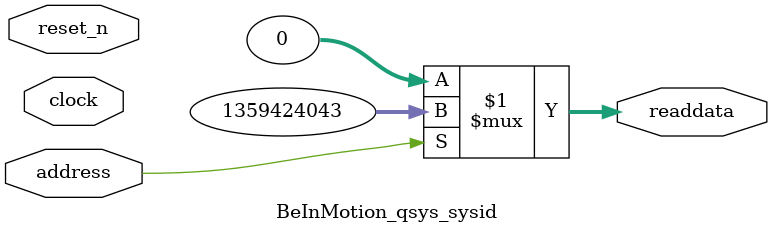
<source format=v>

`timescale 1ns / 1ps
// synthesis translate_on

// turn off superfluous verilog processor warnings 
// altera message_level Level1 
// altera message_off 10034 10035 10036 10037 10230 10240 10030 

module BeInMotion_qsys_sysid (
               // inputs:
                address,
                clock,
                reset_n,

               // outputs:
                readdata
             )
;

  output  [ 31: 0] readdata;
  input            address;
  input            clock;
  input            reset_n;

  wire    [ 31: 0] readdata;
  //control_slave, which is an e_avalon_slave
  assign readdata = address ? 1359424043 : 0;

endmodule




</source>
